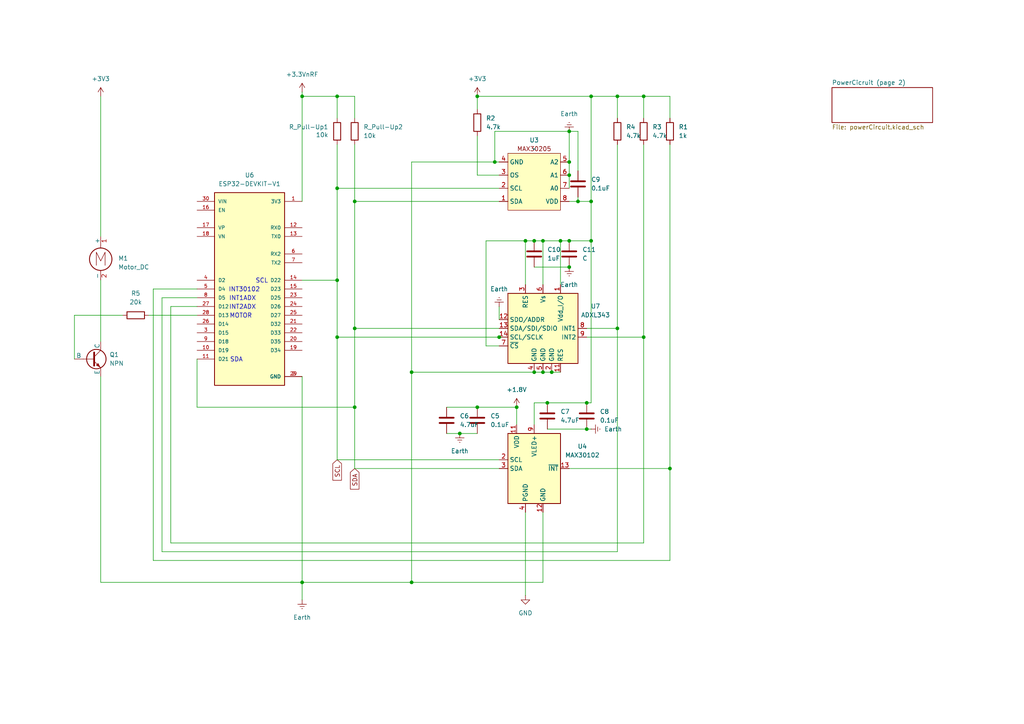
<source format=kicad_sch>
(kicad_sch (version 20250114) (generator "eeschema") (generator_version "9.0")
  (paper "A4")
  (lib_symbols
    (symbol "ADXL345_1"
      (property "Reference" "U" (at -8.89 11.43 0))
      (property "Value" "ADXL343" (at -7.62 -11.43 0))
      (symbol "ADXL345_1_0_1"
        (rectangle (start -10.16 10.16) (end 10.16 -10.16) (stroke (width 0.254)) (fill (type background)))
      )
      (symbol "ADXL345_1_1_1"
        (pin bidirectional line (at -12.7 2.54 0) (length 2.54) (name "SDO/ADDR") (number "12"))
        (pin bidirectional line (at -12.7 0 0) (length 2.54) (name "SDA/SDI/SDIO") (number "13"))
        (pin input line (at -12.7 -2.54 0) (length 2.54) (name "SCL/SCLK") (number "14"))
        (pin input line (at -12.7 -5.08 0) (length 2.54) (name "~{CS}") (number "7"))
        (pin passive line (at -5.08 12.7 270) (length 2.54) (name "RES") (number "3"))
        (pin no_connect line (at -5.08 -10.16 90) (length 2.54) (hide yes) (name "NC") (number "10"))
        (pin passive line (at -2.54 -12.7 90) (length 2.54) (name "GND") (number "4"))
        (pin power_in line (at 0 12.7 270) (length 2.54) (name "Vs") (number "6"))
        (pin passive line (at 0 -12.7 90) (length 2.54) (name "GND") (number "5"))
        (pin power_in line (at 2.54 -12.7 90) (length 2.54) (name "GND") (number "2"))
        (pin power_in line (at 5.08 12.7 270) (length 2.54) (name "Vdd_I/O") (number "1"))
        (pin passive line (at 5.08 -12.7 90) (length 2.54) (name "RES") (number "11"))
        (pin output line (at 12.7 0 180) (length 2.54) (name "INT1") (number "8"))
        (pin output line (at 12.7 -2.54 180) (length 2.54) (name "INT2") (number "9"))
      )
    )
    (symbol "Device:C" (pin_numbers (hide yes)) (pin_names (offset 0.254))
      (property "Reference" "C" (at 0.635 2.54 0))
      (property "Value" "C" (at 0.635 -2.54 0))
      (symbol "C_0_1"
        (polyline (pts (xy -2.032 0.762) (xy 2.032 0.762)) (stroke (width 0.508)))
        (polyline (pts (xy -2.032 -0.762) (xy 2.032 -0.762)) (stroke (width 0.508)))
      )
      (symbol "C_1_1"
        (pin passive line (at 0 3.81 270) (length 2.794) (name "~") (number "1"))
        (pin passive line (at 0 -3.81 90) (length 2.794) (name "~") (number "2"))
      )
    )
    (symbol "Device:R" (pin_numbers (hide yes)) (pin_names (offset 0))
      (property "Reference" "R" (at 2.032 0 90))
      (property "Value" "R" (at 0 0 90))
      (symbol "R_0_1"
        (rectangle (start -1.016 -2.54) (end 1.016 2.54) (stroke (width 0.254)))
      )
      (symbol "R_1_1"
        (pin passive line (at 0 3.81 270) (length 1.27) (name "~") (number "1"))
        (pin passive line (at 0 -3.81 90) (length 1.27) (name "~") (number "2"))
      )
    )
    (symbol "ESP32-DEVKIT-V1:ESP32-DEVKIT-V1" (pin_names (offset 1.016))
      (property "Reference" "U" (at -10.16 30.48 0))
      (property "Value" "ESP32-DEVKIT-V1" (at -10.16 -30.48 0))
      (symbol "ESP32-DEVKIT-V1_0_0"
        (rectangle (start -10.16 -27.94) (end 10.16 27.94) (stroke (width 0.254)) (fill (type background)))
        (pin input line (at -15.24 25.4 0) (length 5.08) (name "VIN") (number "30"))
        (pin input line (at -15.24 22.86 0) (length 5.08) (name "EN") (number "16"))
        (pin bidirectional line (at -15.24 17.78 0) (length 5.08) (name "VP") (number "17"))
        (pin bidirectional line (at -15.24 15.24 0) (length 5.08) (name "VN") (number "18"))
        (pin bidirectional line (at -15.24 2.54 0) (length 5.08) (name "D2") (number "4"))
        (pin bidirectional line (at -15.24 0 0) (length 5.08) (name "D4") (number "5"))
        (pin bidirectional line (at -15.24 -2.54 0) (length 5.08) (name "D5") (number "8"))
        (pin bidirectional line (at -15.24 -5.08 0) (length 5.08) (name "D12") (number "27"))
        (pin bidirectional line (at -15.24 -7.62 0) (length 5.08) (name "D13") (number "28"))
        (pin bidirectional line (at -15.24 -10.16 0) (length 5.08) (name "D14") (number "26"))
        (pin bidirectional line (at -15.24 -12.7 0) (length 5.08) (name "D15") (number "3"))
        (pin bidirectional line (at -15.24 -15.24 0) (length 5.08) (name "D18") (number "9"))
        (pin bidirectional line (at -15.24 -17.78 0) (length 5.08) (name "D19") (number "10"))
        (pin bidirectional line (at -15.24 -20.32 0) (length 5.08) (name "D21") (number "11"))
        (pin output line (at 15.24 25.4 180) (length 5.08) (name "3V3") (number "1"))
        (pin input line (at 15.24 17.78 180) (length 5.08) (name "RX0") (number "12"))
        (pin output line (at 15.24 15.24 180) (length 5.08) (name "TX0") (number "13"))
        (pin input line (at 15.24 10.16 180) (length 5.08) (name "RX2") (number "6"))
        (pin output line (at 15.24 7.62 180) (length 5.08) (name "TX2") (number "7"))
        (pin bidirectional line (at 15.24 2.54 180) (length 5.08) (name "D22") (number "14"))
        (pin bidirectional line (at 15.24 0 180) (length 5.08) (name "D23") (number "15"))
        (pin bidirectional line (at 15.24 -2.54 180) (length 5.08) (name "D25") (number "23"))
        (pin bidirectional line (at 15.24 -5.08 180) (length 5.08) (name "D26") (number "24"))
        (pin bidirectional line (at 15.24 -7.62 180) (length 5.08) (name "D27") (number "25"))
        (pin bidirectional line (at 15.24 -10.16 180) (length 5.08) (name "D32") (number "21"))
        (pin bidirectional line (at 15.24 -12.7 180) (length 5.08) (name "D33") (number "22"))
        (pin bidirectional line (at 15.24 -15.24 180) (length 5.08) (name "D35") (number "20"))
        (pin bidirectional line (at 15.24 -17.78 180) (length 5.08) (name "D34") (number "19"))
        (pin power_in line (at 15.24 -25.4 180) (length 5.08) (name "GND") (number "2"))
        (pin power_in line (at 15.24 -25.4 180) (length 5.08) (name "GND") (number "29"))
      )
    )
    (symbol "Motor:Motor_DC" (pin_names (offset 0))
      (property "Reference" "M" (at 2.54 2.54 0))
      (property "Value" "Motor_DC" (at 2.54 -5.08 0))
      (symbol "Motor_DC_0_0"
        (polyline (pts (xy -1.27 -3.302) (xy -1.27 0.508) (xy 0 -2.032) (xy 1.27 0.508) (xy 1.27 -3.302)))
      )
      (symbol "Motor_DC_0_1"
        (polyline (pts (xy 0 2.032) (xy 0 2.54)))
        (polyline (pts (xy 0 1.7272) (xy 0 2.0828)))
        (circle (center 0 -1.524) (radius 3.2512) (stroke (width 0.254)))
        (polyline (pts (xy 0 -4.7752) (xy 0 -5.1816)))
        (polyline (pts (xy 0 -7.62) (xy 0 -7.112)))
      )
      (symbol "Motor_DC_1_1"
        (pin passive line (at 0 5.08 270) (length 2.54) (name "+") (number "1"))
        (pin passive line (at 0 -7.62 90) (length 2.54) (name "-") (number "2"))
      )
    )
    (symbol "Sensor:MAX30102"
      (property "Reference" "U" (at 7.62 15.24 0))
      (property "Value" "MAX30102" (at 7.62 12.7 0))
      (symbol "MAX30102_0_1"
        (rectangle (start -7.62 10.16) (end 7.62 -10.16) (stroke (width 0.254)) (fill (type background)))
      )
      (symbol "MAX30102_1_1"
        (pin input line (at -10.16 2.54 0) (length 2.54) (name "SCL") (number "2"))
        (pin bidirectional line (at -10.16 0 0) (length 2.54) (name "SDA") (number "3"))
        (pin no_connect line (at -7.62 5.08 0) (length 2.54) (hide yes) (name "NC") (number "1"))
        (pin no_connect line (at -7.62 -2.54 0) (length 2.54) (hide yes) (name "NC") (number "7"))
        (pin power_in line (at -5.08 12.7 270) (length 2.54) (name "VDD") (number "11"))
        (pin power_in line (at -2.54 -12.7 90) (length 2.54) (name "PGND") (number "4"))
        (pin passive line (at 0 12.7 270) (length 2.54) (hide yes) (name "VLED+") (number "10"))
        (pin power_in line (at 0 12.7 270) (length 2.54) (name "VLED+") (number "9"))
        (pin power_in line (at 2.54 -12.7 90) (length 2.54) (name "GND") (number "12"))
        (pin no_connect line (at 7.62 5.08 180) (length 2.54) (hide yes) (name "NC") (number "8"))
        (pin no_connect line (at 7.62 2.54 180) (length 2.54) (hide yes) (name "NC") (number "14"))
        (pin no_connect line (at 7.62 -5.08 180) (length 2.54) (hide yes) (name "NC") (number "6"))
        (pin no_connect line (at 7.62 -7.62 180) (length 2.54) (hide yes) (name "NC") (number "5"))
        (pin output line (at 10.16 0 180) (length 2.54) (name "~{INT}") (number "13"))
      )
    )
    (symbol "Sensor_Temperature:MAX30205"
      (property "Reference" "U3" (at 7.62 20.32 0))
      (property "Value" "~" (at 7.62 17.78 0))
      (symbol "MAX30205_1_1"
        (rectangle (start 0 16.51) (end 15.24 0) (fill (type background)))
        (text "MAX30205" (at 7.62 17.78 0) (effects (font (size 1.27 1.27))))
        (pin power_in line (at -2.54 13.97 0) (length 2.54) (name "GND") (number "4"))
        (pin open_collector line (at -2.54 10.16 0) (length 2.54) (name "OS") (number "3"))
        (pin input line (at -2.54 6.35 0) (length 2.54) (name "SCL") (number "2"))
        (pin bidirectional line (at -2.54 2.54 0) (length 2.54) (name "SDA") (number "1"))
        (pin power_in line (at 7.62 -2.54 90) (length 2.54) (hide yes) (name "GND_PAD") (number "EP"))
        (pin input line (at 17.78 13.97 180) (length 2.54) (name "A2") (number "5"))
        (pin input line (at 17.78 10.16 180) (length 2.54) (name "A1") (number "6"))
        (pin input line (at 17.78 6.35 180) (length 2.54) (name "A0") (number "7"))
        (pin input line (at 17.78 2.54 180) (length 2.54) (name "VDD") (number "8"))
      )
    )
    (symbol "Simulation_SPICE:NPN" (pin_numbers (hide yes)) (pin_names (offset 0))
      (property "Reference" "Q" (at -2.54 7.62 0))
      (property "Value" "NPN" (at -2.54 5.08 0))
      (symbol "NPN_0_1"
        (polyline (pts (xy -2.54 0) (xy 0.635 0)) (stroke (width 0.1524)))
        (polyline (pts (xy 0.635 1.905) (xy 0.635 -1.905) (xy 0.635 -1.905)) (stroke (width 0.508)))
        (polyline (pts (xy 0.635 0.635) (xy 2.54 2.54)))
        (polyline (pts (xy 0.635 -0.635) (xy 2.54 -2.54) (xy 2.54 -2.54)))
        (circle (center 1.27 0) (radius 2.8194) (stroke (width 0.254)))
        (polyline (pts (xy 1.27 -1.778) (xy 1.778 -1.27) (xy 2.286 -2.286) (xy 1.27 -1.778) (xy 1.27 -1.778)) (fill (type outline)))
        (polyline (pts (xy 2.794 -1.27) (xy 2.794 -1.27)) (stroke (width 0.1524)))
        (polyline (pts (xy 2.794 -1.27) (xy 2.794 -1.27)) (stroke (width 0.1524)))
      )
      (symbol "NPN_1_1"
        (pin input line (at -5.08 0 0) (length 2.54) (name "B") (number "2"))
        (pin open_collector line (at 2.54 5.08 270) (length 2.54) (name "C") (number "1"))
        (pin open_emitter line (at 2.54 -5.08 90) (length 2.54) (name "E") (number "3"))
      )
    )
    (symbol "power:+1V8" (power) (pin_numbers (hide yes)) (pin_names (offset 0) (hide yes))
      (property "Value" "+1V8" (at 0 3.556 0))
      (symbol "+1V8_0_1"
        (polyline (pts (xy -0.762 1.27) (xy 0 2.54)))
        (polyline (pts (xy 0 2.54) (xy 0.762 1.27)))
        (polyline (pts (xy 0 0) (xy 0 2.54)))
      )
      (symbol "+1V8_1_1"
        (pin power_in line (at 0 0 90) (length 0) (name "~") (number "1"))
      )
    )
    (symbol "power:+3.3V" (power) (pin_numbers (hide yes)) (pin_names (offset 0) (hide yes))
      (property "Value" "+3.3V" (at 0 3.556 0))
      (symbol "+3.3V_0_1"
        (polyline (pts (xy -0.762 1.27) (xy 0 2.54)))
        (polyline (pts (xy 0 2.54) (xy 0.762 1.27)))
        (polyline (pts (xy 0 0) (xy 0 2.54)))
      )
      (symbol "+3.3V_1_1"
        (pin power_in line (at 0 0 90) (length 0) (name "~") (number "1"))
      )
    )
    (symbol "power:+3V3" (power) (pin_numbers (hide yes)) (pin_names (offset 0) (hide yes))
      (property "Value" "+3V3" (at 0 3.556 0))
      (symbol "+3V3_0_1"
        (polyline (pts (xy -0.762 1.27) (xy 0 2.54)))
        (polyline (pts (xy 0 2.54) (xy 0.762 1.27)))
        (polyline (pts (xy 0 0) (xy 0 2.54)))
      )
      (symbol "+3V3_1_1"
        (pin power_in line (at 0 0 90) (length 0) (name "~") (number "1"))
      )
    )
    (symbol "power:Earth" (power) (pin_numbers (hide yes)) (pin_names (offset 0) (hide yes))
      (property "Value" "Earth" (at 0 -3.81 0))
      (symbol "Earth_0_1"
        (polyline (pts (xy -0.635 -1.905) (xy 0.635 -1.905)))
        (polyline (pts (xy -0.127 -2.54) (xy 0.127 -2.54)))
        (polyline (pts (xy 0 -1.27) (xy 0 0)))
        (polyline (pts (xy 1.27 -1.27) (xy -1.27 -1.27)))
      )
      (symbol "Earth_1_1"
        (pin power_in line (at 0 0 270) (length 0) (name "~") (number "1"))
      )
    )
    (symbol "power:GND" (power) (pin_numbers (hide yes)) (pin_names (offset 0) (hide yes))
      (property "Value" "GND" (at 0 -3.81 0))
      (symbol "GND_0_1"
        (polyline (pts (xy 0 0) (xy 0 -1.27) (xy 1.27 -1.27) (xy 0 -2.54) (xy -1.27 -1.27) (xy 0 -1.27)))
      )
      (symbol "GND_1_1"
        (pin power_in line (at 0 0 270) (length 0) (name "~") (number "1"))
      )
    )
  )
  (text "INT30102\n" (at 70.866 84.074 0) (effects (font (size 1.27 1.27))))
  (text "SCL" (at 75.946 81.534 0) (effects (font (size 1.27 1.27))))
  (text "INT2ADX\n" (at 70.358 89.154 0) (effects (font (size 1.27 1.27))))
  (text "SDA\n" (at 68.58 104.394 0) (effects (font (size 1.27 1.27))))
  (text "MOTOR\n\n" (at 69.85 92.71 0) (effects (font (size 1.27 1.27))))
  (text "INT1ADX\n" (at 70.358 86.614 0) (effects (font (size 1.27 1.27))))
  (junction (at 186.69 27.94))
  (junction (at 119.38 107.95))
  (junction (at 97.79 97.79))
  (junction (at 133.35 125.73))
  (junction (at 97.79 54.61))
  (junction (at 186.69 97.79))
  (junction (at 97.79 27.94))
  (junction (at 138.43 27.94))
  (junction (at 165.1 38.1))
  (junction (at 179.07 27.94))
  (junction (at 194.31 135.89))
  (junction (at 149.86 118.11))
  (junction (at 152.4 69.85))
  (junction (at 171.45 69.85))
  (junction (at 158.75 116.84))
  (junction (at 102.87 58.42))
  (junction (at 154.94 107.95))
  (junction (at 167.64 58.42))
  (junction (at 87.63 27.94))
  (junction (at 170.18 116.84))
  (junction (at 165.1 69.85))
  (junction (at 102.87 95.25))
  (junction (at 143.51 46.99))
  (junction (at 102.87 118.11))
  (junction (at 138.43 118.11))
  (junction (at 170.18 124.46))
  (junction (at 157.48 107.95))
  (junction (at 171.45 58.42))
  (junction (at 157.48 69.85))
  (junction (at 154.94 69.85))
  (junction (at 144.78 97.79))
  (junction (at 87.63 168.91))
  (junction (at 165.1 77.47))
  (junction (at 171.45 27.94))
  (junction (at 119.38 168.91))
  (junction (at 165.1 50.8))
  (junction (at 97.79 81.28))
  (junction (at 162.56 69.85))
  (junction (at 160.02 107.95))
  (junction (at 165.1 46.99))
  (junction (at 179.07 95.25))
  (wire (pts (xy 167.64 58.42) (xy 165.1 58.42)))
  (wire (pts (xy 57.15 86.36) (xy 46.99 86.36)))
  (wire (pts (xy 186.69 97.79) (xy 186.69 157.48)))
  (wire (pts (xy 119.38 107.95) (xy 154.94 107.95)))
  (wire (pts (xy 129.54 125.73) (xy 133.35 125.73)))
  (wire (pts (xy 102.87 118.11) (xy 102.87 95.25)))
  (wire (pts (xy 119.38 46.99) (xy 143.51 46.99)))
  (wire (pts (xy 186.69 157.48) (xy 49.53 157.48)))
  (wire (pts (xy 29.21 109.22) (xy 29.21 168.91)))
  (wire (pts (xy 186.69 27.94) (xy 194.31 27.94)))
  (wire (pts (xy 97.79 54.61) (xy 144.78 54.61)))
  (wire (pts (xy 167.64 49.53) (xy 167.64 38.1)))
  (wire (pts (xy 171.45 27.94) (xy 179.07 27.94)))
  (wire (pts (xy 157.48 69.85) (xy 157.48 82.55)))
  (wire (pts (xy 49.53 88.9) (xy 57.15 88.9)))
  (wire (pts (xy 57.15 104.14) (xy 57.15 118.11)))
  (wire (pts (xy 157.48 107.95) (xy 154.94 107.95)))
  (wire (pts (xy 144.78 50.8) (xy 138.43 50.8)))
  (wire (pts (xy 97.79 133.35) (xy 144.78 133.35)))
  (wire (pts (xy 179.07 95.25) (xy 170.18 95.25)))
  (wire (pts (xy 138.43 118.11) (xy 149.86 118.11)))
  (wire (pts (xy 170.18 97.79) (xy 186.69 97.79)))
  (wire (pts (xy 162.56 69.85) (xy 165.1 69.85)))
  (wire (pts (xy 157.48 69.85) (xy 162.56 69.85)))
  (wire (pts (xy 152.4 69.85) (xy 152.4 82.55)))
  (wire (pts (xy 171.45 124.46) (xy 170.18 124.46)))
  (wire (pts (xy 165.1 135.89) (xy 194.31 135.89)))
  (wire (pts (xy 152.4 69.85) (xy 154.94 69.85)))
  (wire (pts (xy 171.45 58.42) (xy 171.45 69.85)))
  (wire (pts (xy 46.99 86.36) (xy 46.99 160.02)))
  (wire (pts (xy 162.56 107.95) (xy 160.02 107.95)))
  (wire (pts (xy 171.45 27.94) (xy 171.45 58.42)))
  (wire (pts (xy 29.21 68.58) (xy 29.21 27.94)))
  (wire (pts (xy 133.35 125.73) (xy 138.43 125.73)))
  (wire (pts (xy 179.07 27.94) (xy 179.07 34.29)))
  (wire (pts (xy 119.38 107.95) (xy 119.38 168.91)))
  (wire (pts (xy 49.53 157.48) (xy 49.53 88.9)))
  (wire (pts (xy 44.45 83.82) (xy 44.45 162.56)))
  (wire (pts (xy 102.87 135.89) (xy 144.78 135.89)))
  (wire (pts (xy 102.87 58.42) (xy 102.87 95.25)))
  (wire (pts (xy 21.59 91.44) (xy 21.59 104.14)))
  (wire (pts (xy 57.15 83.82) (xy 44.45 83.82)))
  (wire (pts (xy 140.97 100.33) (xy 140.97 69.85)))
  (wire (pts (xy 143.51 46.99) (xy 143.51 38.1)))
  (wire (pts (xy 138.43 27.94) (xy 171.45 27.94)))
  (wire (pts (xy 97.79 97.79) (xy 97.79 133.35)))
  (wire (pts (xy 171.45 116.84) (xy 170.18 116.84)))
  (wire (pts (xy 102.87 58.42) (xy 144.78 58.42)))
  (wire (pts (xy 87.63 81.28) (xy 97.79 81.28)))
  (wire (pts (xy 171.45 58.42) (xy 167.64 58.42)))
  (wire (pts (xy 162.56 69.85) (xy 162.56 82.55)))
  (wire (pts (xy 146.05 97.79) (xy 144.78 97.79)))
  (wire (pts (xy 179.07 95.25) (xy 179.07 160.02)))
  (wire (pts (xy 87.63 173.99) (xy 87.63 168.91)))
  (wire (pts (xy 149.86 118.11) (xy 149.86 123.19)))
  (wire (pts (xy 165.1 69.85) (xy 171.45 69.85)))
  (wire (pts (xy 87.63 26.67) (xy 87.63 27.94)))
  (wire (pts (xy 87.63 168.91) (xy 119.38 168.91)))
  (wire (pts (xy 97.79 54.61) (xy 97.79 81.28)))
  (wire (pts (xy 143.51 46.99) (xy 144.78 46.99)))
  (wire (pts (xy 57.15 91.44) (xy 43.18 91.44)))
  (wire (pts (xy 144.78 88.9) (xy 144.78 92.71)))
  (wire (pts (xy 158.75 124.46) (xy 170.18 124.46)))
  (wire (pts (xy 167.64 38.1) (xy 165.1 38.1)))
  (wire (pts (xy 102.87 41.91) (xy 102.87 58.42)))
  (wire (pts (xy 97.79 81.28) (xy 97.79 97.79)))
  (wire (pts (xy 194.31 34.29) (xy 194.31 27.94)))
  (wire (pts (xy 154.94 116.84) (xy 154.94 123.19)))
  (wire (pts (xy 87.63 27.94) (xy 97.79 27.94)))
  (wire (pts (xy 102.87 27.94) (xy 102.87 34.29)))
  (wire (pts (xy 97.79 41.91) (xy 97.79 54.61)))
  (wire (pts (xy 44.45 162.56) (xy 194.31 162.56)))
  (wire (pts (xy 102.87 135.89) (xy 102.87 118.11)))
  (wire (pts (xy 179.07 41.91) (xy 179.07 95.25)))
  (wire (pts (xy 157.48 107.95) (xy 160.02 107.95)))
  (wire (pts (xy 129.54 118.11) (xy 138.43 118.11)))
  (wire (pts (xy 119.38 46.99) (xy 119.38 107.95)))
  (wire (pts (xy 154.94 69.85) (xy 157.48 69.85)))
  (wire (pts (xy 143.51 38.1) (xy 165.1 38.1)))
  (wire (pts (xy 87.63 27.94) (xy 87.63 58.42)))
  (wire (pts (xy 152.4 148.59) (xy 152.4 172.72)))
  (wire (pts (xy 179.07 27.94) (xy 186.69 27.94)))
  (wire (pts (xy 154.94 77.47) (xy 165.1 77.47)))
  (wire (pts (xy 97.79 27.94) (xy 97.79 34.29)))
  (wire (pts (xy 165.1 46.99) (xy 165.1 50.8)))
  (wire (pts (xy 194.31 162.56) (xy 194.31 135.89)))
  (wire (pts (xy 186.69 27.94) (xy 186.69 34.29)))
  (wire (pts (xy 102.87 95.25) (xy 144.78 95.25)))
  (wire (pts (xy 140.97 69.85) (xy 152.4 69.85)))
  (wire (pts (xy 144.78 100.33) (xy 140.97 100.33)))
  (wire (pts (xy 29.21 81.28) (xy 29.21 99.06)))
  (wire (pts (xy 186.69 97.79) (xy 186.69 41.91)))
  (wire (pts (xy 97.79 27.94) (xy 102.87 27.94)))
  (wire (pts (xy 171.45 69.85) (xy 171.45 116.84)))
  (wire (pts (xy 138.43 27.94) (xy 138.43 31.75)))
  (wire (pts (xy 29.21 168.91) (xy 87.63 168.91)))
  (wire (pts (xy 97.79 97.79) (xy 144.78 97.79)))
  (wire (pts (xy 57.15 118.11) (xy 102.87 118.11)))
  (wire (pts (xy 35.56 91.44) (xy 21.59 91.44)))
  (wire (pts (xy 165.1 50.8) (xy 165.1 54.61)))
  (wire (pts (xy 167.64 57.15) (xy 167.64 58.42)))
  (wire (pts (xy 170.18 116.84) (xy 158.75 116.84)))
  (wire (pts (xy 138.43 50.8) (xy 138.43 39.37)))
  (wire (pts (xy 46.99 160.02) (xy 179.07 160.02)))
  (wire (pts (xy 158.75 116.84) (xy 154.94 116.84)))
  (wire (pts (xy 157.48 148.59) (xy 157.48 168.91)))
  (wire (pts (xy 194.31 41.91) (xy 194.31 135.89)))
  (wire (pts (xy 165.1 38.1) (xy 165.1 46.99)))
  (wire (pts (xy 119.38 168.91) (xy 157.48 168.91)))
  (wire (pts (xy 87.63 109.22) (xy 87.63 168.91)))
  (global_label "SDA" (shape input) (at 102.87 135.89 270) (property "Intersheetrefs" "${INTERSHEET_REFS}" (effects (hide yes))))
  (global_label "SCL" (shape input) (at 97.79 133.35 270) (property "Intersheetrefs" "${INTERSHEET_REFS}" (effects (hide yes))))
  (symbol (lib_id "power:Earth") (at 165.1 38.1 180) (unit 1)
    (property "Reference" "#PWR011" (effects (hide yes)))
    (property "Value" "Earth" (at 165.1 33.02 0))
    (property "Description" "Power symbol creates a global label with name \"Earth\"" (effects (hide yes)))
  )
  (symbol (lib_id "Device:C") (at 165.1 73.66 0) (unit 1)
    (property "Reference" "C11" (at 168.91 72.3899 0) (effects (justify left)))
    (property "Value" "C" (at 168.91 74.9299 0) (effects (justify left)))
    (property "Description" "Unpolarized capacitor" (effects (hide yes)))
  )
  (symbol (lib_id "Device:R") (at 97.79 38.1 0) (unit 1)
    (property "Reference" "R_Pull-Up1" (at 95.25 36.83 0) (effects (justify right)))
    (property "Value" "10k" (at 95.25 39.116 0) (effects (justify right)))
    (property "Description" "Resistor" (effects (hide yes)))
  )
  (symbol (lib_id "Motor:Motor_DC") (at 29.21 73.66 0) (unit 1)
    (property "Reference" "M1" (at 34.29 74.9299 0) (effects (justify left)))
    (property "Value" "Motor_DC" (at 34.29 77.4699 0) (effects (justify left)))
    (property "Description" "DC Motor" (effects (hide yes)))
  )
  (symbol (lib_id "Sensor_Temperature:MAX30205") (at 147.32 60.96 0) (unit 1)
    (property "Reference" "U3" (at 154.94 40.64 0))
    (property "Value" "~" (at 154.94 43.18 0))
  )
  (symbol (lib_id "Device:R") (at 39.37 91.44 90) (unit 1)
    (property "Reference" "R5" (at 39.37 85.09 90))
    (property "Value" "20k" (at 39.37 87.63 90))
    (property "Description" "Resistor" (effects (hide yes)))
  )
  (symbol (lib_id "Device:R") (at 138.43 35.56 0) (unit 1)
    (property "Reference" "R2" (at 140.97 34.2899 0) (effects (justify left)))
    (property "Value" "4.7k" (at 140.97 36.8299 0) (effects (justify left)))
    (property "Description" "Resistor" (effects (hide yes)))
  )
  (symbol (lib_id "power:GND") (at 152.4 172.72 0) (unit 1)
    (property "Reference" "#PWR08" (effects (hide yes)))
    (property "Value" "GND" (at 152.4 177.8 0))
    (property "Description" "Power symbol creates a global label with name \"GND\" , ground" (effects (hide yes)))
  )
  (symbol (lib_id "Device:C") (at 158.75 120.65 0) (unit 1)
    (property "Reference" "C7" (at 162.56 119.3799 0) (effects (justify left)))
    (property "Value" "4.7uF" (at 162.56 121.9199 0) (effects (justify left)))
    (property "Description" "Unpolarized capacitor" (effects (hide yes)))
  )
  (symbol (lib_id "Sensor:MAX30102") (at 154.94 135.89 0) (unit 1)
    (property "Reference" "U4" (at 168.91 129.4698 0))
    (property "Value" "MAX30102" (at 168.91 132.0098 0))
    (property "Footprint" "OptoDevice:Maxim_OLGA-14_3.3x5.6mm_P0.8mm" (effects (hide yes)))
    (property "Datasheet" "https://datasheets.maximintegrated.com/en/ds/MAX30102.pdf" (effects (hide yes)))
    (property "Description" "Heart Rate Sensor, 14-OLGA" (effects (hide yes)))
  )
  (symbol (lib_id "Device:C") (at 154.94 73.66 0) (unit 1)
    (property "Reference" "C10" (at 158.75 72.3899 0) (effects (justify left)))
    (property "Value" "1uF" (at 158.75 74.9299 0) (effects (justify left)))
    (property "Description" "Unpolarized capacitor" (effects (hide yes)))
  )
  (symbol (lib_id "power:+3V3") (at 29.21 27.94 0) (unit 1)
    (property "Reference" "#PWR04" (effects (hide yes)))
    (property "Value" "+3V3" (at 29.21 22.86 0))
    (property "Description" "Power symbol creates a global label with name \"+3V3\"" (effects (hide yes)))
  )
  (symbol (lib_id "Device:R") (at 102.87 38.1 0) (unit 1)
    (property "Reference" "R_Pull-Up2" (at 105.41 36.8299 0) (effects (justify left)))
    (property "Value" "10k" (at 105.41 39.3699 0) (effects (justify left)))
    (property "Description" "Resistor" (effects (hide yes)))
  )
  (symbol (lib_id "Device:C") (at 129.54 121.92 0) (unit 1)
    (property "Reference" "C6" (at 133.35 120.6499 0) (effects (justify left)))
    (property "Value" "4.7uF" (at 133.35 123.1899 0) (effects (justify left)))
    (property "Description" "Unpolarized capacitor" (effects (hide yes)))
  )
  (symbol (lib_id "power:+3V3") (at 138.43 27.94 0) (unit 1)
    (property "Reference" "#PWR05" (effects (hide yes)))
    (property "Value" "+3V3" (at 138.43 22.86 0))
    (property "Description" "Power symbol creates a global label with name \"+3V3\"" (effects (hide yes)))
  )
  (symbol (lib_id "Device:C") (at 167.64 53.34 0) (unit 1)
    (property "Reference" "C9" (at 171.45 52.0699 0) (effects (justify left)))
    (property "Value" "0.1uF" (at 171.45 54.6099 0) (effects (justify left)))
    (property "Description" "Unpolarized capacitor" (effects (hide yes)))
  )
  (symbol (lib_id "power:Earth") (at 165.1 77.47 0) (unit 1)
    (property "Reference" "#PWR013" (effects (hide yes)))
    (property "Value" "Earth" (at 165.1 82.55 0))
    (property "Description" "Power symbol creates a global label with name \"Earth\"" (effects (hide yes)))
  )
  (symbol (lib_id "Device:C") (at 138.43 121.92 0) (unit 1)
    (property "Reference" "C5" (at 142.24 120.6499 0) (effects (justify left)))
    (property "Value" "0.1uF" (at 142.24 123.1899 0) (effects (justify left)))
    (property "Description" "Unpolarized capacitor" (effects (hide yes)))
  )
  (symbol (lib_id "power:Earth") (at 144.78 88.9 180) (unit 1)
    (property "Reference" "#PWR012" (effects (hide yes)))
    (property "Value" "Earth" (at 144.78 83.82 0))
    (property "Description" "Power symbol creates a global label with name \"Earth\"" (effects (hide yes)))
  )
  (symbol (lib_id "Device:R") (at 194.31 38.1 0) (unit 1)
    (property "Reference" "R1" (at 196.85 36.8299 0) (effects (justify left)))
    (property "Value" "1k" (at 196.85 39.3699 0) (effects (justify left)))
    (property "Description" "Resistor" (effects (hide yes)))
  )
  (symbol (lib_id "power:+1V8") (at 149.86 118.11 0) (unit 1)
    (property "Reference" "#PWR042" (effects (hide yes)))
    (property "Value" "+1.8V" (at 149.86 113.03 0))
    (property "Description" "Power symbol creates a global label with name \"+1V8\"" (effects (hide yes)))
  )
  (symbol (lib_id "power:Earth") (at 171.45 124.46 90) (unit 1)
    (property "Reference" "#PWR01" (effects (hide yes)))
    (property "Value" "Earth" (at 175.26 124.4599 90) (effects (justify right)))
    (property "Description" "Power symbol creates a global label with name \"Earth\"" (effects (hide yes)))
  )
  (symbol (lib_name "ADXL345_1") (lib_id "Sensor_Motion:ADXL345") (at 157.48 95.25 0) (unit 1)
    (property "Reference" "U7" (at 172.72 88.8298 0))
    (property "Value" "ADXL343" (at 172.72 91.3698 0))
    (property "Footprint" "Package_LGA:LGA-14_3x5mm_P0.8mm_LayoutBorder1x6y" (effects (hide yes)))
    (property "Datasheet" "https://www.analog.com/media/en/technical-documentation/data-sheets/ADXL343.pdf" (effects (hide yes)))
    (property "Description" "3-Axis MEMS Accelerometer, 2/4/8/16g range, I2C/SPI, LGA-14" (effects (hide yes)))
  )
  (symbol (lib_id "Device:R") (at 179.07 38.1 0) (unit 1)
    (property "Reference" "R4" (at 181.61 36.8299 0) (effects (justify left)))
    (property "Value" "4.7k" (at 181.61 39.3699 0) (effects (justify left)))
    (property "Description" "Resistor" (effects (hide yes)))
  )
  (symbol (lib_id "power:Earth") (at 87.63 173.99 0) (unit 1)
    (property "Reference" "#PWR07" (effects (hide yes)))
    (property "Value" "Earth" (at 87.63 179.07 0))
    (property "Description" "Power symbol creates a global label with name \"Earth\"" (effects (hide yes)))
  )
  (symbol (lib_id "Simulation_SPICE:NPN") (at 26.67 104.14 0) (unit 1)
    (property "Reference" "Q1" (at 31.75 102.8699 0) (effects (justify left)))
    (property "Value" "NPN" (at 31.75 105.4099 0) (effects (justify left)))
    (property "Datasheet" "https://ngspice.sourceforge.io/docs/ngspice-html-manual/manual.xhtml#cha_BJTs" (effects (hide yes)))
    (property "Description" "Bipolar transistor symbol for simulation only, substrate tied to the emitter" (effects (hide yes)))
    (property "Sim.Device" "NPN" (effects (hide yes)))
    (property "Sim.Type" "GUMMELPOON" (effects (hide yes)))
    (property "Sim.Pins" "1=C 2=B 3=E" (effects (hide yes)))
  )
  (symbol (lib_id "Device:C") (at 170.18 120.65 0) (unit 1)
    (property "Reference" "C8" (at 173.99 119.3799 0) (effects (justify left)))
    (property "Value" "0.1uF" (at 173.99 121.9199 0) (effects (justify left)))
    (property "Description" "Unpolarized capacitor" (effects (hide yes)))
  )
  (symbol (lib_id "power:Earth") (at 133.35 125.73 0) (unit 1)
    (property "Reference" "#PWR09" (effects (hide yes)))
    (property "Value" "Earth" (at 133.35 130.81 0))
    (property "Description" "Power symbol creates a global label with name \"Earth\"" (effects (hide yes)))
  )
  (symbol (lib_id "Device:R") (at 186.69 38.1 0) (unit 1)
    (property "Reference" "R3" (at 189.23 36.8299 0) (effects (justify left)))
    (property "Value" "4.7k" (at 189.23 39.3699 0) (effects (justify left)))
    (property "Description" "Resistor" (effects (hide yes)))
  )
  (symbol (lib_id "ESP32-DEVKIT-V1:ESP32-DEVKIT-V1") (at 72.39 83.82 0) (unit 1)
    (property "Reference" "U6" (at 72.39 50.8 0))
    (property "Value" "ESP32-DEVKIT-V1" (at 72.39 53.34 0))
    (property "Footprint" "ESP32-DEVKIT-V1:MODULE_ESP32_DEVKIT_V1" (effects (hide yes)))
    (property "MF" "Do it" (effects (hide yes)))
    (property "MAXIMUM_PACKAGE_HEIGHT" "6.8 mm" (effects (hide yes)))
    (property "Package" "None" (effects (hide yes)))
    (property "Price" "None" (effects (hide yes)))
    (property "Check_prices" "https://www.snapeda.com/parts/ESP32-DEVKIT-V1/Do+it/view-part/?ref=eda" (effects (hide yes)))
    (property "STANDARD" "Manufacturer Recommendations" (effects (hide yes)))
    (property "PARTREV" "N/A" (effects (hide yes)))
    (property "SnapEDA_Link" "https://www.snapeda.com/parts/ESP32-DEVKIT-V1/Do+it/view-part/?ref=snap" (effects (hide yes)))
    (property "MP" "ESP32-DEVKIT-V1" (effects (hide yes)))
    (property "Description_1" "Dual core, Wi-Fi: 2.4 GHz up to 150 Mbits/s,BLE (Bluetooth Low Energy) and legacy Bluetooth, 32 bits, Up to 240 MHz" (effects (hide yes)))
    (property "Availability" "Not in stock" (effects (hide yes)))
    (property "MANUFACTURER" "DOIT" (effects (hide yes)))
  )
  (symbol (lib_id "power:+3.3V") (at 87.63 26.67 0) (unit 1)
    (property "Reference" "#PWR043" (effects (hide yes)))
    (property "Value" "+3.3VnRF" (at 87.63 21.59 0))
    (property "Description" "Power symbol creates a global label with name \"+3.3V\"" (effects (hide yes)))
  )
  (sheet (at 241.3 25.4) (size 29.21 10.16) (stroke (width 0.1524))
    (property "Sheetname" "PowerCicruit (page 2)" (at 241.3 24.6884 0) (effects (justify left bottom)))
    (property "Sheetfile" "powerCircuit.kicad_sch" (at 241.3 36.1446 0) (effects (justify left top)))
  )
)
</source>
